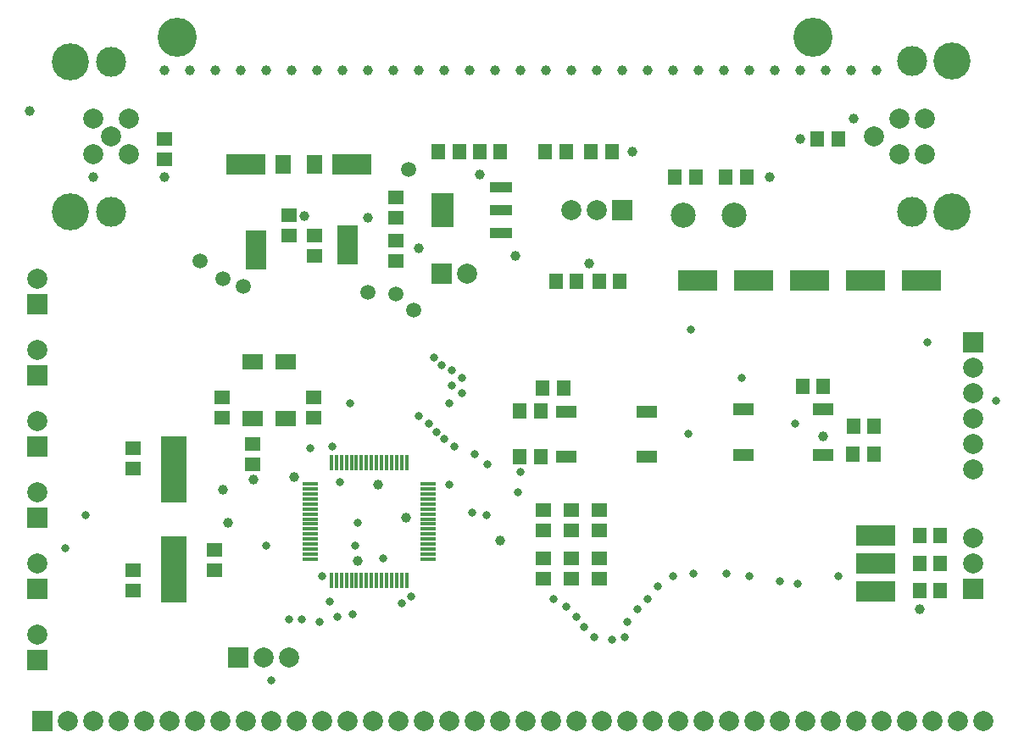
<source format=gts>
G04 #@! TF.FileFunction,Soldermask,Top*
%FSLAX46Y46*%
G04 Gerber Fmt 4.6, Leading zero omitted, Abs format (unit mm)*
G04 Created by KiCad (PCBNEW 4.0.5+dfsg1-4) date Sun May  7 16:42:39 2017*
%MOMM*%
%LPD*%
G01*
G04 APERTURE LIST*
%ADD10C,0.100000*%
%ADD11C,3.900000*%
%ADD12R,1.500000X0.300000*%
%ADD13R,0.300000X1.500000*%
%ADD14R,1.500000X1.400000*%
%ADD15R,1.400000X1.500000*%
%ADD16C,2.500000*%
%ADD17R,2.000000X1.300000*%
%ADD18R,2.000000X2.000000*%
%ADD19C,2.000000*%
%ADD20R,2.250000X1.000000*%
%ADD21R,2.250000X3.500000*%
%ADD22R,2.000000X1.600000*%
%ADD23R,2.500000X6.600000*%
%ADD24R,1.600000X1.900000*%
%ADD25R,4.000000X2.000000*%
%ADD26R,2.000000X4.000000*%
%ADD27C,3.000000*%
%ADD28C,3.700000*%
%ADD29C,1.000000*%
%ADD30C,0.800000*%
%ADD31C,1.500000*%
G04 APERTURE END LIST*
D10*
D11*
X130048000Y-46736000D03*
D12*
X79830500Y-91363800D03*
X79830500Y-91863800D03*
X79830500Y-92363800D03*
X79830500Y-92863800D03*
X79830500Y-93363800D03*
X79830500Y-93863800D03*
X79830500Y-94363800D03*
X79830500Y-94863800D03*
X79830500Y-95363800D03*
X79830500Y-95863800D03*
X79830500Y-96363800D03*
X79830500Y-96863800D03*
X79830500Y-97363800D03*
X79830500Y-97863800D03*
X79830500Y-98363800D03*
X79830500Y-98863800D03*
X91630500Y-98363800D03*
X91630500Y-97863800D03*
X91630500Y-97363800D03*
X91630500Y-96863800D03*
X91630500Y-96363800D03*
X91630500Y-95863800D03*
X91630500Y-95363800D03*
X91630500Y-94863800D03*
X91630500Y-94363800D03*
X91630500Y-93863800D03*
X91630500Y-93363800D03*
X91630500Y-92863800D03*
X91630500Y-92363800D03*
X91630500Y-91863800D03*
X91630500Y-91363800D03*
X91630500Y-98863800D03*
D13*
X81980500Y-101013800D03*
X82480500Y-101013800D03*
X82980500Y-101013800D03*
X83480500Y-101013800D03*
X83980500Y-101013800D03*
X84480500Y-101013800D03*
X84980500Y-101013800D03*
X85480500Y-101013800D03*
X85980500Y-101013800D03*
X86480500Y-101013800D03*
X86980500Y-101013800D03*
X87480500Y-101013800D03*
X87980500Y-101013800D03*
X88480500Y-101013800D03*
X88980500Y-101013800D03*
X89480500Y-101013800D03*
X89480500Y-89213800D03*
X88980500Y-89213800D03*
X88480500Y-89213800D03*
X87980500Y-89213800D03*
X87480500Y-89213800D03*
X86980500Y-89213800D03*
X86480500Y-89213800D03*
X85980500Y-89213800D03*
X85480500Y-89213800D03*
X84980500Y-89213800D03*
X84480500Y-89213800D03*
X83980500Y-89213800D03*
X83480500Y-89213800D03*
X82980500Y-89213800D03*
X82480500Y-89213800D03*
X81980500Y-89213800D03*
D14*
X71056500Y-82709800D03*
X71056500Y-84759800D03*
X80200500Y-84777800D03*
X80200500Y-82727800D03*
X62166500Y-102049800D03*
X62166500Y-99999800D03*
X62166500Y-89857800D03*
X62166500Y-87807800D03*
D15*
X136144000Y-88392000D03*
X134094000Y-88392000D03*
X100820000Y-88646000D03*
X102870000Y-88646000D03*
X142766000Y-101981000D03*
X140716000Y-101981000D03*
X94742000Y-58166000D03*
X92692000Y-58166000D03*
X108712000Y-71120000D03*
X110762000Y-71120000D03*
X106444000Y-71120000D03*
X104394000Y-71120000D03*
X96774000Y-58166000D03*
X98824000Y-58166000D03*
D14*
X77724000Y-64498000D03*
X77724000Y-66548000D03*
X108712000Y-98788000D03*
X108712000Y-100838000D03*
X105918000Y-98788000D03*
X105918000Y-100838000D03*
X103124000Y-98788000D03*
X103124000Y-100838000D03*
D15*
X123431300Y-60706000D03*
X121381300Y-60706000D03*
X109982000Y-58166000D03*
X107932000Y-58166000D03*
D14*
X88392000Y-69088000D03*
X88392000Y-67038000D03*
D16*
X122161300Y-64516000D03*
X117081300Y-64516000D03*
D14*
X74104500Y-89426000D03*
X74104500Y-87376000D03*
X70294500Y-97949800D03*
X70294500Y-99999800D03*
D15*
X131082000Y-81610200D03*
X129032000Y-81610200D03*
X134112000Y-85598000D03*
X136162000Y-85598000D03*
X105156000Y-81788000D03*
X103106000Y-81788000D03*
X102870000Y-84074000D03*
X100820000Y-84074000D03*
X142766000Y-99314000D03*
X140716000Y-99314000D03*
D14*
X108712000Y-93980000D03*
X108712000Y-96030000D03*
X105918000Y-93980000D03*
X105918000Y-96030000D03*
X103124000Y-93962000D03*
X103124000Y-96012000D03*
D15*
X142766000Y-96520000D03*
X140716000Y-96520000D03*
X118351300Y-60706000D03*
X116301300Y-60706000D03*
X105410000Y-58166000D03*
X103360000Y-58166000D03*
D14*
X88392000Y-64770000D03*
X88392000Y-62720000D03*
D15*
X130538000Y-56896000D03*
X132588000Y-56896000D03*
D14*
X80264000Y-68580000D03*
X80264000Y-66530000D03*
D17*
X131101600Y-88432200D03*
X131101600Y-83932200D03*
X123101600Y-83932200D03*
X123101600Y-88432200D03*
X113474000Y-88610000D03*
X113474000Y-84110000D03*
X105474000Y-84110000D03*
X105474000Y-88610000D03*
D18*
X110998000Y-64008000D03*
D19*
X108458000Y-64008000D03*
X105918000Y-64008000D03*
D20*
X98912000Y-61708000D03*
X98912000Y-64008000D03*
D21*
X93112000Y-64008000D03*
D20*
X98912000Y-66308000D03*
D22*
X77404500Y-84821800D03*
X77404500Y-79171800D03*
X74104500Y-79171800D03*
X74104500Y-84821800D03*
D23*
X66230500Y-99919800D03*
X66230500Y-89919800D03*
D14*
X65278000Y-58946000D03*
X65278000Y-56896000D03*
D24*
X80264000Y-59436000D03*
X77164000Y-59436000D03*
D18*
X52578000Y-87630000D03*
D19*
X52578000Y-85090000D03*
D18*
X52578000Y-94742000D03*
D19*
X52578000Y-92202000D03*
D18*
X52578000Y-101854000D03*
D19*
X52578000Y-99314000D03*
D18*
X52578000Y-80518000D03*
D19*
X52578000Y-77978000D03*
D18*
X52578000Y-73406000D03*
D19*
X52578000Y-70866000D03*
D18*
X52578000Y-108966000D03*
D19*
X52578000Y-106426000D03*
D18*
X53086000Y-115062000D03*
D19*
X55626000Y-115062000D03*
X58166000Y-115062000D03*
X60706000Y-115062000D03*
X63246000Y-115062000D03*
X65786000Y-115062000D03*
X68326000Y-115062000D03*
X70866000Y-115062000D03*
X73406000Y-115062000D03*
X78486000Y-115062000D03*
X75946000Y-115062000D03*
X81026000Y-115062000D03*
X83566000Y-115062000D03*
X86106000Y-115062000D03*
X88646000Y-115062000D03*
X91186000Y-115062000D03*
X93726000Y-115062000D03*
X96266000Y-115062000D03*
X98806000Y-115062000D03*
X101346000Y-115062000D03*
X103886000Y-115062000D03*
X106426000Y-115062000D03*
X108966000Y-115062000D03*
X111506000Y-115062000D03*
X114046000Y-115062000D03*
X116586000Y-115062000D03*
X119126000Y-115062000D03*
X121666000Y-115062000D03*
X124206000Y-115062000D03*
X126746000Y-115062000D03*
X129286000Y-115062000D03*
X131826000Y-115062000D03*
X134366000Y-115062000D03*
X136906000Y-115062000D03*
X139446000Y-115062000D03*
X141986000Y-115062000D03*
X144526000Y-115062000D03*
X147066000Y-115062000D03*
D18*
X72644000Y-108712000D03*
D19*
X75184000Y-108712000D03*
X77724000Y-108712000D03*
D25*
X136336000Y-96520000D03*
X136336000Y-99314000D03*
X135320000Y-71000000D03*
X124144000Y-71000000D03*
X129732000Y-71000000D03*
X84012000Y-59436000D03*
D26*
X83566000Y-67502000D03*
D25*
X73468000Y-59436000D03*
D26*
X74422000Y-68010000D03*
D25*
X136336000Y-102108000D03*
X118556000Y-71000000D03*
X140908000Y-71000000D03*
D11*
X66548000Y-46736000D03*
D18*
X146050000Y-77216000D03*
D19*
X146050000Y-79756000D03*
X146050000Y-82296000D03*
X146050000Y-84836000D03*
X146050000Y-87376000D03*
X146050000Y-89916000D03*
D18*
X146050000Y-101854000D03*
D19*
X146050000Y-99314000D03*
X146050000Y-96774000D03*
D18*
X92964000Y-70358000D03*
D19*
X95504000Y-70358000D03*
X136144000Y-56634000D03*
X138684000Y-58404000D03*
X138684000Y-54864000D03*
X141224000Y-58404000D03*
X141224000Y-54864000D03*
D27*
X139954000Y-64134000D03*
X139954000Y-49134000D03*
D28*
X143954000Y-64134000D03*
X143954000Y-49134000D03*
D19*
X61722000Y-54864000D03*
X61722000Y-58420000D03*
X58166000Y-58420000D03*
X58166000Y-54864000D03*
X59944000Y-56642000D03*
D27*
X59944000Y-49142000D03*
X59944000Y-64142000D03*
D28*
X55944000Y-49142000D03*
X55944000Y-64142000D03*
D29*
X136398000Y-50038000D03*
X133858000Y-50038000D03*
X131318000Y-50038000D03*
X128778000Y-50038000D03*
X128778000Y-56896000D03*
X58166000Y-60706000D03*
X65278000Y-50038000D03*
X67818000Y-50038000D03*
X70358000Y-50038000D03*
X72898000Y-50038000D03*
X75438000Y-50038000D03*
X77978000Y-50038000D03*
X80518000Y-50038000D03*
X83058000Y-50038000D03*
X85598000Y-50038000D03*
X88138000Y-50038000D03*
X90678000Y-50038000D03*
X93218000Y-50038000D03*
X95758000Y-50038000D03*
X98298000Y-50038000D03*
X100838000Y-50038000D03*
X103378000Y-50038000D03*
X105918000Y-50038000D03*
X108458000Y-50038000D03*
X110998000Y-50038000D03*
X113538000Y-50038000D03*
X116078000Y-50038000D03*
X118618000Y-50038000D03*
X121158000Y-50038000D03*
X123698000Y-50038000D03*
X126238000Y-50038000D03*
X51816000Y-54102000D03*
X79248000Y-64592200D03*
X71120000Y-91947992D03*
X71628000Y-95250036D03*
X86614000Y-91440000D03*
D30*
X55372000Y-97790000D03*
X57404000Y-94488000D03*
X117602000Y-86360000D03*
X84582000Y-95250000D03*
X88980500Y-103297500D03*
D29*
X89408000Y-94742000D03*
X65278000Y-60706000D03*
X85598000Y-64770000D03*
X90678000Y-67818000D03*
X96774000Y-60452000D03*
X100330000Y-68580000D03*
X107696000Y-69342000D03*
X112014000Y-58166000D03*
X125730000Y-60706000D03*
X131064000Y-86614000D03*
D30*
X81026000Y-100584000D03*
X84328000Y-97536000D03*
D29*
X74168000Y-90932000D03*
X78234700Y-90678000D03*
X98806000Y-97028000D03*
D30*
X87122000Y-98806000D03*
X100838000Y-90170000D03*
X100584006Y-92202000D03*
X77724000Y-104902002D03*
X108204000Y-106680000D03*
D31*
X89662000Y-59944000D03*
X71120000Y-70866000D03*
X68834000Y-69088000D03*
D29*
X134112000Y-54864000D03*
X140716000Y-103886000D03*
D30*
X78985663Y-104893663D03*
X107188000Y-105664000D03*
X148336000Y-83058000D03*
X75446340Y-97544334D03*
D29*
X84582000Y-99060000D03*
D31*
X73152000Y-71628000D03*
D30*
X82804000Y-91186000D03*
D31*
X90170000Y-73984790D03*
X85598000Y-72200200D03*
D30*
X122936000Y-80772000D03*
X128270000Y-85344000D03*
X141478000Y-77216000D03*
X93725998Y-91440000D03*
X89916000Y-102616000D03*
X117856000Y-75946000D03*
X84065670Y-104385670D03*
X104142149Y-102867851D03*
X82549990Y-104648000D03*
X105410014Y-103632000D03*
X80772000Y-105156000D03*
X106426000Y-104648000D03*
X97489641Y-94438067D03*
X97536000Y-89408000D03*
X96274337Y-88383663D03*
X96012000Y-94234000D03*
X132587992Y-100584000D03*
X83820000Y-83312000D03*
X82042000Y-87630000D03*
X79830500Y-87809500D03*
X81788000Y-103124000D03*
X75946000Y-110998000D03*
X109982000Y-106934000D03*
X94234000Y-87630000D03*
X93226009Y-86875737D03*
X111252000Y-106680000D03*
X92504481Y-86178722D03*
X111506000Y-105156000D03*
X112522000Y-103886000D03*
X91694000Y-85344000D03*
X113538000Y-102870000D03*
X90678000Y-84582000D03*
X93726000Y-83312000D03*
X114554000Y-101600000D03*
X116078000Y-100584000D03*
X94996000Y-82296000D03*
X93980000Y-81534000D03*
X118110000Y-100330000D03*
X94996000Y-80772000D03*
X121412000Y-100330000D03*
X123698000Y-100584000D03*
X93980000Y-80010000D03*
X126746000Y-101092000D03*
X92964000Y-79521000D03*
X128524000Y-101346000D03*
X92202000Y-78740000D03*
D31*
X88392006Y-72390000D03*
M02*

</source>
